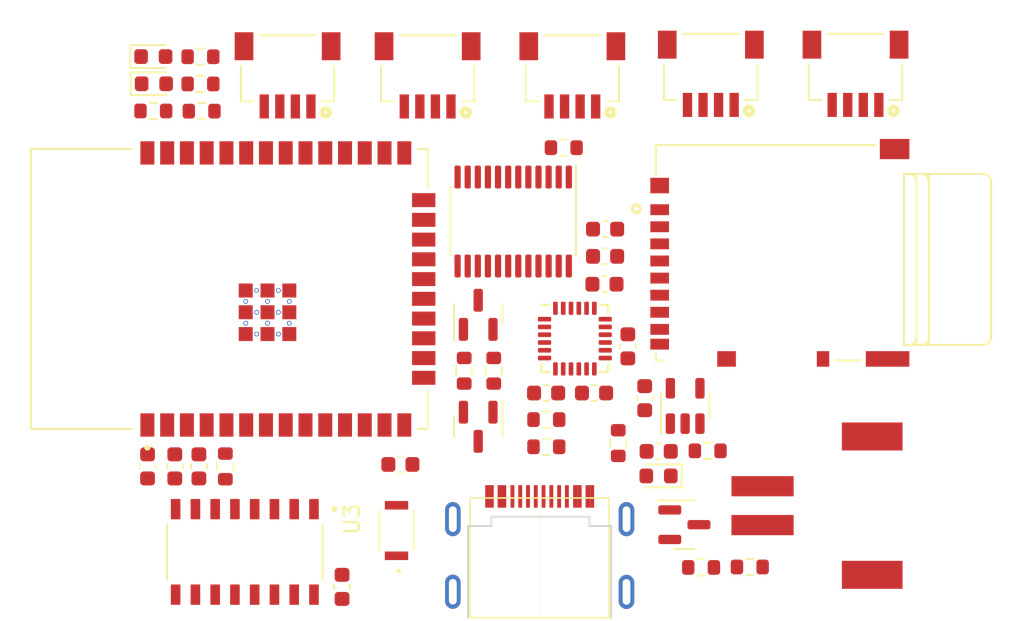
<source format=kicad_pcb>
(kicad_pcb (version 20211014) (generator pcbnew)
  (layers (0 "F.Cu" signal) (1 "In1.Cu" power) (2 "In2.Cu" power) (31 "B.Cu" signal) (34 "B.Paste" user) (35 "F.Paste" user) (36 "B.SilkS" user "B.Silkscreen") (37 "F.SilkS" user "F.Silkscreen") (38 "B.Mask" user) (39 "F.Mask" user) (44 "Edge.Cuts" user))
  (net 0 "")
  (net 1 "GND")
  (net 2 "VBUS")
  (net 4 "D+")
  (net 5 "D-")
  (net 10 "CS")
  (net 11 "MOSI")
  (net 12 "+3V3")
  (net 13 "SCLK")
  (net 14 "MISO")
  (net 16 "SD_DETECT")
  (net 17 "Net-(D2-Pad2)")
  (net 18 "Net-(C3-Pad1)")
  (net 19 "Net-(D3-Pad2)")
  (net 20 "Net-(Q2-Pad1)")
  (net 21 "DTR")
  (net 22 "GPIO0")
  (net 23 "Net-(Q3-Pad1)")
  (net 24 "RTS")
  (net 25 "EN")
  (net 29 "IO35")
  (net 31 "IO33")
  (net 37 "IO13")
  (net 49 "I2C1_SDA")
  (net 50 "PROG_TX")
  (net 51 "PROG_RX")
  (net 52 "I2C1_SCL")
  (net 53 "Net-(R5-Pad1)")
  (net 62 "Net-(R7-Pad2)")
  (net 63 "Sense1_SDA")
  (net 64 "Sense1_SCL")
  (net 65 "Sense2_SDA")
  (net 66 "Sense2_SCL")
  (net 67 "Sense3_SDA")
  (net 68 "Sense3_SCL")
  (net 69 "Sense4_SDA")
  (net 70 "Sense4_SCL")
  (net 71 "Sense5_SDA")
  (net 72 "Sense5_SCL")
  (net 73 "Net-(C13-Pad1)")
  (net 74 "Net-(C14-Pad1)")
  (net 79 "+3V8")
  (net 80 "Onboard_SDA")
  (net 81 "Onboard_SCL")
  (footprint "Resistor_SMD:R_0603_1608Metric" (layer "F.Cu") (at 116.075 74.5 180)
    (fp_text reference "R9")
    (fp_text value "100k")
    (pad "1" smd roundrect (at -0.825 0 180) (size 0.8 0.95) (layers "F.Cu" "F.Paste" "F.Mask") (net 29 "IO35"))
    (pad "2" smd roundrect (at 0.825 0 180) (size 0.8 0.95) (layers "F.Cu" "F.Paste" "F.Mask") (net 1 "GND"))
  )
  (footprint "Resistor_SMD:R_0603_1608Metric" (layer "F.Cu") (at 110.75 66.5 90)
    (fp_text reference "R2")
    (fp_text value "100k")
    (pad "1" smd roundrect (at -0.825 0 90) (size 0.8 0.95) (layers "F.Cu" "F.Paste" "F.Mask") (net 2 "VBUS"))
    (pad "2" smd roundrect (at 0.825 0 90) (size 0.8 0.95) (layers "F.Cu" "F.Paste" "F.Mask") (net 1 "GND"))
  )
  (footprint "Resistor_SMD:R_0603_1608Metric" (layer "F.Cu") (at 83.9 41.65 180)
    (fp_text reference "R10")
    (fp_text value "5k")
    (pad "1" smd roundrect (at -0.825 0 180) (size 0.8 0.95) (layers "F.Cu" "F.Paste" "F.Mask") (net 31 "IO33"))
    (pad "2" smd roundrect (at 0.825 0 180) (size 0.8 0.95) (layers "F.Cu" "F.Paste" "F.Mask") (net 19 "Net-(D3-Pad2)"))
  )
  (footprint "Resistor_SMD:R_0603_1608Metric" (layer "F.Cu") (at 106.13 64.99)
    (fp_text reference "R13")
    (fp_text value "4k7")
    (pad "1" smd roundrect (at -0.825 0) (size 0.8 0.95) (layers "F.Cu" "F.Paste" "F.Mask") (net 12 "+3V3"))
    (pad "2" smd roundrect (at 0.825 0) (size 0.8 0.95) (layers "F.Cu" "F.Paste" "F.Mask") (net 80 "Onboard_SDA"))
  )
  (footprint "lib_fp:JST_SM04B-SRSS-TB(LF)(SN)" (layer "F.Cu") (at 126 44.75 180)
    (fp_text reference "J3")
    (fp_text value "Sense1")
    (pad "1" smd rect locked (at -1.5 0 180) (size 0.6 1.55) (layers "F.Cu" "F.Paste" "F.Mask") (net 12 "+3V3"))
    (pad "2" smd rect locked (at -0.5 0 180) (size 0.6 1.55) (layers "F.Cu" "F.Paste" "F.Mask") (net 63 "Sense1_SDA"))
    (pad "3" smd rect locked (at 0.5 0 180) (size 0.6 1.55) (layers "F.Cu" "F.Paste" "F.Mask") (net 64 "Sense1_SCL"))
    (pad "4" smd rect locked (at 1.5 0 180) (size 0.6 1.55) (layers "F.Cu" "F.Paste" "F.Mask") (net 1 "GND"))
    (pad "S1" smd rect locked (at -2.8 3.875) (size 1.2 1.8) (layers "F.Cu" "F.Paste" "F.Mask") (net 1 "GND"))
    (pad "S2" smd rect locked (at 2.8 3.875) (size 1.2 1.8) (layers "F.Cu" "F.Paste" "F.Mask") (net 1 "GND"))
  )
  (footprint "Resistor_SMD:R_0603_1608Metric" (layer "F.Cu") (at 83.975 45.15)
    (fp_text reference "R12")
    (fp_text value "3.7k")
    (pad "1" smd roundrect (at -0.825 0) (size 0.8 0.95) (layers "F.Cu" "F.Paste" "F.Mask") (net 12 "+3V3"))
    (pad "2" smd roundrect (at 0.825 0) (size 0.8 0.95) (layers "F.Cu" "F.Paste" "F.Mask") (net 49 "I2C1_SDA"))
  )
  (footprint "Package_TO_SOT_SMD:SOT-23" (layer "F.Cu") (at 115 71.75)
    (fp_text reference "Q1")
    (fp_text value "HXY3401AI")
    (pad "1" smd roundrect (at -0.9375 -0.95) (size 1.475 0.6) (layers "F.Cu" "F.Paste" "F.Mask") (net 2 "VBUS"))
    (pad "2" smd roundrect (at -0.9375 0.95) (size 1.475 0.6) (layers "F.Cu" "F.Paste" "F.Mask") (net 18 "Net-(C3-Pad1)"))
    (pad "3" smd roundrect (at 0.9375 0) (size 1.475 0.6) (layers "F.Cu" "F.Paste" "F.Mask") (net 79 "+3V8"))
  )
  (footprint "Resistor_SMD:R_0603_1608Metric" (layer "F.Cu") (at 116.5 67 180)
    (fp_text reference "R5")
    (fp_text value "10k")
    (pad "1" smd roundrect (at -0.825 0 180) (size 0.8 0.95) (layers "F.Cu" "F.Paste" "F.Mask") (net 53 "Net-(R5-Pad1)"))
    (pad "2" smd roundrect (at 0.825 0 180) (size 0.8 0.95) (layers "F.Cu" "F.Paste" "F.Mask") (net 18 "Net-(C3-Pad1)"))
  )
  (footprint "Package_TO_SOT_SMD:SOT-23-5" (layer "F.Cu") (at 115.05 64.1125 90)
    (fp_text reference "U2")
    (fp_text value "AP2112K-3.3")
    (pad "1" smd roundrect (at -1.1375 -0.95 90) (size 1.325 0.6) (layers "F.Cu" "F.Paste" "F.Mask") (net 18 "Net-(C3-Pad1)"))
    (pad "2" smd roundrect (at -1.1375 0 90) (size 1.325 0.6) (layers "F.Cu" "F.Paste" "F.Mask") (net 1 "GND"))
    (pad "3" smd roundrect (at -1.1375 0.95 90) (size 1.325 0.6) (layers "F.Cu" "F.Paste" "F.Mask") (net 53 "Net-(R5-Pad1)"))
    (pad "4" smd roundrect (at 1.1375 0.95 90) (size 1.325 0.6) (layers "F.Cu" "F.Paste" "F.Mask"))
    (pad "5" smd roundrect (at 1.1375 -0.95 90) (size 1.325 0.6) (layers "F.Cu" "F.Paste" "F.Mask") (net 12 "+3V3"))
  )
  (footprint "Resistor_SMD:R_0603_1608Metric" (layer "F.Cu") (at 80.87 45.14 180)
    (fp_text reference "R11")
    (fp_text value "3.7k")
    (pad "1" smd roundrect (at -0.825 0 180) (size 0.8 0.95) (layers "F.Cu" "F.Paste" "F.Mask") (net 12 "+3V3"))
    (pad "2" smd roundrect (at 0.825 0 180) (size 0.8 0.95) (layers "F.Cu" "F.Paste" "F.Mask") (net 52 "I2C1_SCL"))
  )
  (footprint "Capacitor_SMD:C_0603_1608Metric" (layer "F.Cu") (at 112.45 63.6125 -90)
    (fp_text reference "C4")
    (fp_text value "1uF")
    (pad "1" smd roundrect (at -0.775 0 270) (size 0.9 0.95) (layers "F.Cu" "F.Paste" "F.Mask") (net 12 "+3V3"))
    (pad "2" smd roundrect (at 0.775 0 270) (size 0.9 0.95) (layers "F.Cu" "F.Paste" "F.Mask") (net 1 "GND"))
  )
  (footprint "Capacitor_SMD:C_0603_1608Metric" (layer "F.Cu") (at 93 75.75 90)
    (fp_text reference "C5")
    (fp_text value "0.1uF")
    (pad "1" smd roundrect (at -0.775 0 90) (size 0.9 0.95) (layers "F.Cu" "F.Paste" "F.Mask") (net 12 "+3V3"))
    (pad "2" smd roundrect (at 0.775 0 90) (size 0.9 0.95) (layers "F.Cu" "F.Paste" "F.Mask") (net 1 "GND"))
  )
  (footprint "Capacitor_SMD:C_0603_1608Metric" (layer "F.Cu") (at 109.865 56.28)
    (fp_text reference "C14")
    (fp_text value "2.2nF")
    (pad "1" smd roundrect (at -0.775 0) (size 0.9 0.95) (layers "F.Cu" "F.Paste" "F.Mask") (net 74 "Net-(C14-Pad1)"))
    (pad "2" smd roundrect (at 0.775 0) (size 0.9 0.95) (layers "F.Cu" "F.Paste" "F.Mask") (net 1 "GND"))
  )
  (footprint "lib_fp:JST_SM04B-SRSS-TB(LF)(SN)" (layer "F.Cu") (at 116.7 44.75 180)
    (fp_text reference "J4")
    (fp_text value "Sense2")
    (pad "1" smd rect locked (at -1.5 0 180) (size 0.6 1.55) (layers "F.Cu" "F.Paste" "F.Mask") (net 12 "+3V3"))
    (pad "2" smd rect locked (at -0.5 0 180) (size 0.6 1.55) (layers "F.Cu" "F.Paste" "F.Mask") (net 65 "Sense2_SDA"))
    (pad "3" smd rect locked (at 0.5 0 180) (size 0.6 1.55) (layers "F.Cu" "F.Paste" "F.Mask") (net 66 "Sense2_SCL"))
    (pad "4" smd rect locked (at 1.5 0 180) (size 0.6 1.55) (layers "F.Cu" "F.Paste" "F.Mask") (net 1 "GND"))
    (pad "S1" smd rect locked (at -2.8 3.875) (size 1.2 1.8) (layers "F.Cu" "F.Paste" "F.Mask") (net 1 "GND"))
    (pad "S2" smd rect locked (at 2.8 3.875) (size 1.2 1.8) (layers "F.Cu" "F.Paste" "F.Mask") (net 1 "GND"))
  )
  (footprint "Capacitor_SMD:C_0603_1608Metric" (layer "F.Cu") (at 109.905 52.74)
    (fp_text reference "C9")
    (fp_text value "10uF")
    (pad "1" smd roundrect (at -0.775 0) (size 0.9 0.95) (layers "F.Cu" "F.Paste" "F.Mask") (net 12 "+3V3"))
    (pad "2" smd roundrect (at 0.775 0) (size 0.9 0.95) (layers "F.Cu" "F.Paste" "F.Mask") (net 1 "GND"))
  )
  (footprint "lib_fp:HX25003-2AWB" (layer "F.Cu") (at 123.525 70.525 90)
    (fp_text reference "J8")
    (fp_text value "Conn_01x02_Female")
    (pad "1" smd rect (at -1.25 -3.5 90) (size 1.3 4) (layers "F.Cu" "F.Paste" "F.Mask") (net 79 "+3V8"))
    (pad "2" smd rect (at 1.25 -3.5 90) (size 1.3 4) (layers "F.Cu" "F.Paste" "F.Mask") (net 1 "GND"))
    (pad "3" smd rect (at -4.45 3.55 90) (size 1.8 3.9) (layers "F.Cu" "F.Paste" "F.Mask"))
    (pad "4" smd rect (at 4.45 3.55 90) (size 1.8 3.9) (layers "F.Cu" "F.Paste" "F.Mask"))
  )
  (footprint "Resistor_SMD:R_0603_1608Metric" (layer "F.Cu") (at 102.75 61.85 -90)
    (fp_text reference "R4")
    (fp_text value "10k")
    (pad "1" smd roundrect (at -0.825 0 270) (size 0.8 0.95) (layers "F.Cu" "F.Paste" "F.Mask") (net 21 "DTR"))
    (pad "2" smd roundrect (at 0.825 0 270) (size 0.8 0.95) (layers "F.Cu" "F.Paste" "F.Mask") (net 23 "Net-(Q3-Pad1)"))
  )
  (footprint "Capacitor_SMD:C_0603_1608Metric" (layer "F.Cu") (at 82.25 68 -90)
    (fp_text reference "C7")
    (fp_text value "22uF")
    (pad "1" smd roundrect (at -0.775 0 270) (size 0.9 0.95) (layers "F.Cu" "F.Paste" "F.Mask") (net 12 "+3V3"))
    (pad "2" smd roundrect (at 0.775 0 270) (size 0.9 0.95) (layers "F.Cu" "F.Paste" "F.Mask") (net 1 "GND"))
  )
  (footprint "Package_TO_SOT_SMD:SOT-23" (layer "F.Cu") (at 101.75 65.45 -90)
    (fp_text reference "Q3")
    (fp_text value "MMBT3904")
    (pad "1" smd roundrect (at -0.9375 -0.95 270) (size 1.475 0.6) (layers "F.Cu" "F.Paste" "F.Mask") (net 23 "Net-(Q3-Pad1)"))
    (pad "2" smd roundrect (at -0.9375 0.95 270) (size 1.475 0.6) (layers "F.Cu" "F.Paste" "F.Mask") (net 24 "RTS"))
    (pad "3" smd roundrect (at 0.9375 0 270) (size 1.475 0.6) (layers "F.Cu" "F.Paste" "F.Mask") (net 25 "EN"))
  )
  (footprint "Resistor_SMD:R_0603_1608Metric" (layer "F.Cu") (at 85.5 68 90)
    (fp_text reference "R1")
    (fp_text value "10k")
    (pad "1" smd roundrect (at -0.825 0 90) (size 0.8 0.95) (layers "F.Cu" "F.Paste" "F.Mask") (net 12 "+3V3"))
    (pad "2" smd roundrect (at 0.825 0 90) (size 0.8 0.95) (layers "F.Cu" "F.Paste" "F.Mask") (net 25 "EN"))
  )
  (footprint "LED_SMD:LED_0603_1608Metric" (layer "F.Cu") (at 80.87 41.64)
    (fp_text reference "D3")
    (fp_text value "green")
    (pad "1" smd roundrect (at -0.7875 0) (size 0.875 0.95) (layers "F.Cu" "F.Paste" "F.Mask") (net 1 "GND"))
    (pad "2" smd roundrect (at 0.7875 0) (size 0.875 0.95) (layers "F.Cu" "F.Paste" "F.Mask") (net 19 "Net-(D3-Pad2)"))
  )
  (footprint "Sensor_Motion:InvenSense_QFN-24_4x4mm_P0.5mm" (layer "F.Cu") (at 107.965 59.78)
    (fp_text reference "U5")
    (fp_text value "MPU-6050")
    (pad "1" smd roundrect (at -1.95 -1.25) (size 0.85 0.3) (layers "F.Cu" "F.Paste" "F.Mask") (net 1 "GND"))
    (pad "2" smd roundrect (at -1.95 -0.75) (size 0.85 0.3) (layers "F.Cu" "F.Paste" "F.Mask"))
    (pad "3" smd roundrect (at -1.95 -0.25) (size 0.85 0.3) (layers "F.Cu" "F.Paste" "F.Mask"))
    (pad "4" smd roundrect (at -1.95 0.25) (size 0.85 0.3) (layers "F.Cu" "F.Paste" "F.Mask"))
    (pad "5" smd roundrect (at -1.95 0.75) (size 0.85 0.3) (layers "F.Cu" "F.Paste" "F.Mask"))
    (pad "6" smd roundrect (at -1.95 1.25) (size 0.85 0.3) (layers "F.Cu" "F.Paste" "F.Mask"))
    (pad "7" smd roundrect (at -1.25 1.95 90) (size 0.85 0.3) (layers "F.Cu" "F.Paste" "F.Mask"))
    (pad "8" smd roundrect (at -0.75 1.95 90) (size 0.85 0.3) (layers "F.Cu" "F.Paste" "F.Mask") (net 12 "+3V3"))
    (pad "9" smd roundrect (at -0.25 1.95 90) (size 0.85 0.3) (layers "F.Cu" "F.Paste" "F.Mask") (net 1 "GND"))
    (pad "10" smd roundrect (at 0.25 1.95 90) (size 0.85 0.3) (layers "F.Cu" "F.Paste" "F.Mask") (net 73 "Net-(C13-Pad1)"))
    (pad "11" smd roundrect (at 0.75 1.95 90) (size 0.85 0.3) (layers "F.Cu" "F.Paste" "F.Mask") (net 1 "GND"))
    (pad "12" smd roundrect (at 1.25 1.95 90) (size 0.85 0.3) (layers "F.Cu" "F.Paste" "F.Mask"))
    (pad "13" smd roundrect (at 1.95 1.25) (size 0.85 0.3) (layers "F.Cu" "F.Paste" "F.Mask") (net 12 "+3V3"))
    (pad "14" smd roundrect (at 1.95 0.75) (size 0.85 0.3) (layers "F.Cu" "F.Paste" "F.Mask"))
    (pad "15" smd roundrect (at 1.95 0.25) (size 0.85 0.3) (layers "F.Cu" "F.Paste" "F.Mask"))
    (pad "16" smd roundrect (at 1.95 -0.25) (size 0.85 0.3) (layers "F.Cu" "F.Paste" "F.Mask"))
    (pad "17" smd roundrect (at 1.95 -0.75) (size 0.85 0.3) (layers "F.Cu" "F.Paste" "F.Mask"))
    (pad "18" smd roundrect (at 1.95 -1.25) (size 0.85 0.3) (layers "F.Cu" "F.Paste" "F.Mask") (net 1 "GND"))
    (pad "19" smd roundrect (at 1.25 -1.95 90) (size 0.85 0.3) (layers "F.Cu" "F.Paste" "F.Mask"))
    (pad "20" smd roundrect (at 0.75 -1.95 90) (size 0.85 0.3) (layers "F.Cu" "F.Paste" "F.Mask") (net 74 "Net-(C14-Pad1)"))
    (pad "21" smd roundrect (at 0.25 -1.95 90) (size 0.85 0.3) (layers "F.Cu" "F.Paste" "F.Mask"))
    (pad "22" smd roundrect (at -0.25 -1.95 90) (size 0.85 0.3) (layers "F.Cu" "F.Paste" "F.Mask"))
    (pad "23" smd roundrect (at -0.75 -1.95 90) (size 0.85 0.3) (layers "F.Cu" "F.Paste" "F.Mask") (net 81 "Onboard_SCL"))
    (pad "24" smd roundrect (at -1.25 -1.95 90) (size 0.85 0.3) (layers "F.Cu" "F.Paste" "F.Mask") (net 80 "Onboard_SDA"))
  )
  (footprint "lib_fp:TS2306A240GFMSM9_C388290" (layer "F.Cu") (at 96.5 72.125 90)
    (fp_text reference "S1")
    (fp_text value "TS2306A-240GF-MSM-9_C388290" hide)
    (pad "1" smd rect locked (at -1.625 0 90) (size 0.55 1.5) (layers "F.Cu" "F.Paste" "F.Mask") (net 1 "GND"))
    (pad "2" smd rect locked (at 1.625 0 90) (size 0.55 1.5) (layers "F.Cu" "F.Paste" "F.Mask") (net 25 "EN"))
  )
  (footprint "LED_SMD:LED_0603_1608Metric" (layer "F.Cu") (at 80.9075 43.39)
    (fp_text reference "D2")
    (fp_text value "blue")
    (pad "1" smd roundrect (at -0.7875 0) (size 0.875 0.95) (layers "F.Cu" "F.Paste" "F.Mask") (net 1 "GND"))
    (pad "2" smd roundrect (at 0.7875 0) (size 0.875 0.95) (layers "F.Cu" "F.Paste" "F.Mask") (net 17 "Net-(D2-Pad2)"))
  )
  (footprint "Resistor_SMD:R_0603_1608Metric" (layer "F.Cu") (at 83.9 43.4 180)
    (fp_text reference "R6")
    (fp_text value "5k")
    (pad "1" smd roundrect (at -0.825 0 180) (size 0.8 0.95) (layers "F.Cu" "F.Paste" "F.Mask") (net 37 "IO13"))
    (pad "2" smd roundrect (at 0.825 0 180) (size 0.8 0.95) (layers "F.Cu" "F.Paste" "F.Mask") (net 17 "Net-(D2-Pad2)"))
  )
  (footprint "lib_fp:SOIC127P600X180-16N" (layer "F.Cu") (at 86.75 73.5 -90)
    (fp_text reference "U3" (at -2.105 -6.885 90) (layer "F.SilkS"))
    (fp_text value "CH340C")
    (pad "1" smd roundrect locked (at -2.75 -4.445 270) (size 1.31 0.62) (layers "F.Cu" "F.Paste" "F.Mask") (roundrect_rratio 0.08) (net 1 "GND"))
    (pad "2" smd roundrect locked (at -2.75 -3.175 270) (size 1.31 0.62) (layers "F.Cu" "F.Paste" "F.Mask") (roundrect_rratio 0.08) (net 50 "PROG_TX"))
    (pad "3" smd roundrect locked (at -2.75 -1.905 270) (size 1.31 0.62) (layers "F.Cu" "F.Paste" "F.Mask") (roundrect_rratio 0.08) (net 51 "PROG_RX"))
    (pad "4" smd roundrect locked (at -2.75 -0.635 270) (size 1.31 0.62) (layers "F.Cu" "F.Paste" "F.Mask") (roundrect_rratio 0.08) (net 12 "+3V3"))
    (pad "5" smd roundrect locked (at -2.75 0.635 270) (size 1.31 0.62) (layers "F.Cu" "F.Paste" "F.Mask") (roundrect_rratio 0.08) (net 4 "D+"))
    (pad "6" smd roundrect locked (at -2.75 1.905 270) (size 1.31 0.62) (layers "F.Cu" "F.Paste" "F.Mask") (roundrect_rratio 0.08) (net 5 "D-"))
    (pad "7" smd roundrect locked (at -2.75 3.175 270) (size 1.31 0.62) (layers "F.Cu" "F.Paste" "F.Mask") (roundrect_rratio 0.08))
    (pad "8" smd roundrect locked (at -2.75 4.445 270) (size 1.31 0.62) (layers "F.Cu" "F.Paste" "F.Mask") (roundrect_rratio 0.08))
    (pad "9" smd roundrect locked (at 2.75 4.445 270) (size 1.31 0.62) (layers "F.Cu" "F.Paste" "F.Mask") (roundrect_rratio 0.08))
    (pad "10" smd roundrect locked (at 2.75 3.175 270) (size 1.31 0.62) (layers "F.Cu" "F.Paste" "F.Mask") (roundrect_rratio 0.08))
    (pad "11" smd roundrect locked (at 2.75 1.905 270) (size 1.31 0.62) (layers "F.Cu" "F.Paste" "F.Mask") (roundrect_rratio 0.08))
    (pad "12" smd roundrect locked (at 2.75 0.635 270) (size 1.31 0.62) (layers "F.Cu" "F.Paste" "F.Mask") (roundrect_rratio 0.08))
    (pad "13" smd roundrect locked (at 2.75 -0.635 270) (size 1.31 0.62) (layers "F.Cu" "F.Paste" "F.Mask") (roundrect_rratio 0.08) (net 21 "DTR"))
    (pad "14" smd roundrect locked (at 2.75 -1.905 270) (size 1.31 0.62) (layers "F.Cu" "F.Paste" "F.Mask") (roundrect_rratio 0.08) (net 24 "RTS"))
    (pad "15" smd roundrect locked (at 2.75 -3.175 270) (size 1.31 0.62) (layers "F.Cu" "F.Paste" "F.Mask") (roundrect_rratio 0.08))
    (pad "16" smd roundrect locked (at 2.75 -4.445 270) (size 1.31 0.62) (layers "F.Cu" "F.Paste" "F.Mask") (roundrect_rratio 0.08) (net 12 "+3V3"))
  )
  (footprint "lib_fp:HRS_DM3AT-SF-PEJM5" (layer "F.Cu") (at 113.4125 54.6875 90)
    (fp_text reference "J2")
    (fp_text value "DM3AT-SF-PEJM5")
    (pad "1" smd rect locked (at 3.2 0 90) (size 0.7 1.2) (layers "F.Cu" "F.Paste" "F.Mask"))
    (pad "2" smd rect locked (at 2.1 0 90) (size 0.7 1.2) (layers "F.Cu" "F.Paste" "F.Mask") (net 10 "CS"))
    (pad "3" smd rect locked (at 1 0 90) (size 0.7 1.2) (layers "F.Cu" "F.Paste" "F.Mask") (net 11 "MOSI"))
    (pad "4" smd rect locked (at -0.1 0 90) (size 0.7 1.2) (layers "F.Cu" "F.Paste" "F.Mask") (net 12 "+3V3"))
    (pad "5" smd rect locked (at -1.2 0 90) (size 0.7 1.2) (layers "F.Cu" "F.Paste" "F.Mask") (net 13 "SCLK"))
    (pad "6" smd rect locked (at -2.3 0 90) (size 0.7 1.2) (layers "F.Cu" "F.Paste" "F.Mask") (net 1 "GND"))
    (pad "7" smd rect locked (at -3.4 0 90) (size 0.7 1.2) (layers "F.Cu" "F.Paste" "F.Mask") (net 14 "MISO"))
    (pad "8" smd rect locked (at -4.5 0 90) (size 0.7 1.2) (layers "F.Cu" "F.Paste" "F.Mask"))
    (pad "P1" smd rect locked (at -6.4 4.3 90) (size 1 1.2) (layers "F.Cu" "F.Paste" "F.Mask") (net 1 "GND"))
    (pad "P2" smd rect locked (at -6.4 14.65 90) (size 1 2.8) (layers "F.Cu" "F.Paste" "F.Mask") (net 1 "GND"))
    (pad "P3" smd rect locked (at 7.1 15.1 90) (size 1.3 1.9) (layers "F.Cu" "F.Paste" "F.Mask") (net 1 "GND"))
    (pad "P4" smd rect locked (at 4.75 0 90) (size 1 1.2) (layers "F.Cu" "F.Paste" "F.Mask") (net 1 "GND"))
    (pad "SWA" smd rect locked (at -6.4 10.5 90) (size 1 0.8) (layers "F.Cu" "F.Paste" "F.Mask") (net 1 "GND"))
    (pad "SWB" smd rect locked (at -5.45 0 90) (size 0.7 1.2) (layers "F.Cu" "F.Paste" "F.Mask") (net 16 "SD_DETECT"))
  )
  (footprint "Resistor_SMD:R_0603_1608Metric" (layer "F.Cu") (at 119.205 74.47 180)
    (fp_text reference "R8")
    (fp_text value "100k")
    (pad "1" smd roundrect (at -0.825 0 180) (size 0.8 0.95) (layers "F.Cu" "F.Paste" "F.Mask") (net 79 "+3V8"))
    (pad "2" smd roundrect (at 0.825 0 180) (size 0.8 0.95) (layers "F.Cu" "F.Paste" "F.Mask") (net 29 "IO35"))
  )
  (footprint "Capacitor_SMD:C_0603_1608Metric" (layer "F.Cu") (at 111.365 60.28 90)
    (fp_text reference "C11")
    (fp_text value "0.1uF")
    (pad "1" smd roundrect (at -0.775 0 90) (size 0.9 0.95) (layers "F.Cu" "F.Paste" "F.Mask") (net 12 "+3V3"))
    (pad "2" smd roundrect (at 0.775 0 90) (size 0.9 0.95) (layers "F.Cu" "F.Paste" "F.Mask") (net 1 "GND"))
  )
  (footprint "lib_fp:JST_SM04B-SRSS-TB(LF)(SN)" (layer "F.Cu") (at 98.5 44.85 180)
    (fp_text reference "J6")
    (fp_text value "Sense4")
    (pad "1" smd rect locked (at -1.5 0 180) (size 0.6 1.55) (layers "F.Cu" "F.Paste" "F.Mask") (net 12 "+3V3"))
    (pad "2" smd rect locked (at -0.5 0 180) (size 0.6 1.55) (layers "F.Cu" "F.Paste" "F.Mask") (net 69 "Sense4_SDA"))
    (pad "3" smd rect locked (at 0.5 0 180) (size 0.6 1.55) (layers "F.Cu" "F.Paste" "F.Mask") (net 70 "Sense4_SCL"))
    (pad "4" smd rect locked (at 1.5 0 180) (size 0.6 1.55) (layers "F.Cu" "F.Paste" "F.Mask") (net 1 "GND"))
    (pad "S1" smd rect locked (at -2.8 3.875) (size 1.2 1.8) (layers "F.Cu" "F.Paste" "F.Mask") (net 1 "GND"))
    (pad "S2" smd rect locked (at 2.8 3.875) (size 1.2 1.8) (layers "F.Cu" "F.Paste" "F.Mask") (net 1 "GND"))
  )
  (footprint "Package_TO_SOT_SMD:SOT-23" (layer "F.Cu") (at 101.75 58.25 90)
    (fp_text reference "Q2")
    (fp_text value "MMBT3904")
    (pad "1" smd roundrect (at -0.9375 -0.95 90) (size 1.475 0.6) (layers "F.Cu" "F.Paste" "F.Mask") (net 20 "Net-(Q2-Pad1)"))
    (pad "2" smd roundrect (at -0.9375 0.95 90) (size 1.475 0.6) (layers "F.Cu" "F.Paste" "F.Mask") (net 21 "DTR"))
    (pad "3" smd roundrect (at 0.9375 0 90) (size 1.475 0.6) (layers "F.Cu" "F.Paste" "F.Mask") (net 22 "GPIO0"))
  )
  (footprint "Capacitor_SMD:C_0603_1608Metric" (layer "F.Cu") (at 80.5 68 -90)
    (fp_text reference "C8")
    (fp_text value "0.1uF")
    (pad "1" smd roundrect (at -0.775 0 270) (size 0.9 0.95) (layers "F.Cu" "F.Paste" "F.Mask") (net 12 "+3V3"))
    (pad "2" smd roundrect (at 0.775 0 270) (size 0.9 0.95) (layers "F.Cu" "F.Paste" "F.Mask") (net 1 "GND"))
  )
  (footprint "Package_SO:TSSOP-24_4.4x7.8mm_P0.65mm" (layer "F.Cu") (at 104 52.25 -90)
    (fp_text reference "U4")
    (fp_text value "TCA9548APWR")
    (pad "1" smd roundrect (at -2.8625 -3.575 270) (size 1.475 0.4) (layers "F.Cu" "F.Paste" "F.Mask") (net 1 "GND"))
    (pad "2" smd roundrect (at -2.8625 -2.925 270) (size 1.475 0.4) (layers "F.Cu" "F.Paste" "F.Mask") (net 1 "GND"))
    (pad "3" smd roundrect (at -2.8625 -2.275 270) (size 1.475 0.4) (layers "F.Cu" "F.Paste" "F.Mask") (net 62 "Net-(R7-Pad2)"))
    (pad "4" smd roundrect (at -2.8625 -1.625 270) (size 1.475 0.4) (layers "F.Cu" "F.Paste" "F.Mask") (net 63 "Sense1_SDA"))
    (pad "5" smd roundrect (at -2.8625 -0.975 270) (size 1.475 0.4) (layers "F.Cu" "F.Paste" "F.Mask") (net 64 "Sense1_SCL"))
    (pad "6" smd roundrect (at -2.8625 -0.325 270) (size 1.475 0.4) (layers "F.Cu" "F.Paste" "F.Mask") (net 65 "Sense2_SDA"))
    (pad "7" smd roundrect (at -2.8625 0.325 270) (size 1.475 0.4) (layers "F.Cu" "F.Paste" "F.Mask") (net 66 "Sense2_SCL"))
    (pad "8" smd roundrect (at -2.8625 0.975 270) (size 1.475 0.4) (layers "F.Cu" "F.Paste" "F.Mask") (net 67 "Sense3_SDA"))
    (pad "9" smd roundrect (at -2.8625 1.625 270) (size 1.475 0.4) (layers "F.Cu" "F.Paste" "F.Mask") (net 68 "Sense3_SCL"))
    (pad "10" smd roundrect (at -2.8625 2.275 270) (size 1.475 0.4) (layers "F.Cu" "F.Paste" "F.Mask") (net 69 "Sense4_SDA"))
    (pad "11" smd roundrect (at -2.8625 2.925 270) (size 1.475 0.4) (layers "F.Cu" "F.Paste" "F.Mask") (net 70 "Sense4_SCL"))
    (pad "12" smd roundrect (at -2.8625 3.575 270) (size 1.475 0.4) (layers "F.Cu" "F.Paste" "F.Mask") (net 1 "GND"))
    (pad "13" smd roundrect (at 2.8625 3.575 270) (size 1.475 0.4) (layers "F.Cu" "F.Paste" "F.Mask") (net 71 "Sense5_SDA"))
    (pad "14" smd roundrect (at 2.8625 2.925 270) (size 1.475 0.4) (layers "F.Cu" "F.Paste" "F.Mask") (net 72 "Sense5_SCL"))
    (pad "15" smd roundrect (at 2.8625 2.275 270) (size 1.475 0.4) (layers "F.Cu" "F.Paste" "F.Mask") (net 80 "Onboard_SDA"))
    (pad "16" smd roundrect (at 2.8625 1.625 270) (size 1.475 0.4) (layers "F.Cu" "F.Paste" "F.Mask") (net 81 "Onboard_SCL"))
    (pad "17" smd roundrect (at 2.8625 0.975 270) (size 1.475 0.4) (layers "F.Cu" "F.Paste" "F.Mask"))
    (pad "18" smd roundrect (at 2.8625 0.325 270) (size 1.475 0.4) (layers "F.Cu" "F.Paste" "F.Mask"))
    (pad "19" smd roundrect (at 2.8625 -0.325 270) (size 1.475 0.4) (layers "F.Cu" "F.Paste" "F.Mask"))
    (pad "20" smd roundrect (at 2.8625 -0.975 270) (size 1.475 0.4) (layers "F.Cu" "F.Paste" "F.Mask"))
    (pad "21" smd roundrect (at 2.8625 -1.625 270) (size 1.475 0.4) (layers "F.Cu" "F.Paste" "F.Mask") (net 1 "GND"))
    (pad "22" smd roundrect (at 2.8625 -2.275 270) (size 1.475 0.4) (layers "F.Cu" "F.Paste" "F.Mask") (net 52 "I2C1_SCL"))
    (pad "23" smd roundrect (at 2.8625 -2.925 270) (size 1.475 0.4) (layers "F.Cu" "F.Paste" "F.Mask") (net 49 "I2C1_SDA"))
    (pad "24" smd roundrect (at 2.8625 -3.575 270) (size 1.475 0.4) (layers "F.Cu" "F.Paste" "F.Mask") (net 12 "+3V3"))
  )
  (footprint "lib_fp:TYPE-C-31-M-14" (layer "F.Cu") (at 105.7 75.0325)
    (fp_text reference "J1")
    (fp_text value "USB_C_Receptacle")
    (fp_line (start 3.2 -3.8) (end -3.1 -3.8) (layer "Edge.Cuts") (width 0.12))
    (fp_line (start 4.6 2.7) (end 4.6 -3.2) (layer "Edge.Cuts") (width 0.12))
    (fp_line (start 3.2 -3.2) (end 3.2 -3.8) (layer "Edge.Cuts") (width 0.12))
    (fp_line (start -3.1 -3.2) (end -4.6 -3.2) (layer "Edge.Cuts") (width 0.12))
    (fp_line (start 4.6 -3.2) (end 3.2 -3.2) (layer "Edge.Cuts") (width 0.12))
    (fp_line (start -3.1 -3.8) (end -3.1 -3.2) (layer "Edge.Cuts") (width 0.12))
    (fp_line (start -4.6 -3.2) (end -4.6 2.7) (layer "Edge.Cuts") (width 0.12))
    (pad "" np_thru_hole circle (at -3.75 -3.725) (size 0.65 0.65) (drill 0.65) (layers *.Cu *.Mask) (clearance 0.01))
    (pad "" np_thru_hole circle (at 3.75 -3.725) (size 0.65 0.65) (drill 0.65) (layers *.Cu *.Mask) (clearance 0.01))
    (pad "A1" smd rect (at -3.375 -5.1) (size 0.25 1.45) (layers "F.Cu" "F.Paste" "F.Mask") (net 1 "GND"))
    (pad "A4" smd rect (at -2.575 -5.1) (size 0.25 1.45) (layers "F.Cu" "F.Paste" "F.Mask") (net 2 "VBUS"))
    (pad "A5" smd rect (at -1.25 -5.1) (size 0.25 1.45) (layers "F.Cu" "F.Paste" "F.Mask"))
    (pad "A6" smd rect (at -0.25 -5.1) (size 0.25 1.45) (layers "F.Cu" "F.Paste" "F.Mask") (net 4 "D+"))
    (pad "A7" smd rect (at 0.25 -5.1) (size 0.25 1.45) (layers "F.Cu" "F.Paste" "F.Mask") (net 5 "D-"))
    (pad "A8" smd rect (at 1.25 -5.1) (size 0.25 1.45) (layers "F.Cu" "F.Paste" "F.Mask"))
    (pad "A9" smd rect (at 2.575 -5.1) (size 0.25 1.45) (layers "F.Cu" "F.Paste" "F.Mask") (net 2 "VBUS"))
    (pad "A12" smd rect (at 3.375 -5.1) (size 0.25 1.45) (layers "F.Cu" "F.Paste" "F.Mask") (net 1 "GND"))
    (pad "B1" smd rect (at 3.1 -5.1) (size 0.3 1.45) (layers "F.Cu" "F.Paste" "F.Mask") (net 1 "GND"))
    (pad "B4" smd rect (at 2.3 -5.1) (size 0.3 1.45) (layers "F.Cu" "F.Paste" "F.Mask") (net 2 "VBUS"))
    (pad "B5" smd rect (at 1.75 -5.1) (size 0.25 1.45) (layers "F.Cu" "F.Paste" "F.Mask"))
    (pad "B6" smd rect (at 0.75 -5.1) (size 0.25 1.45) (layers "F.Cu" "F.Paste" "F.Mask") (net 4 "D+"))
    (pad "B7" smd rect (at -0.75 -5.1) (size 0.25 1.45) (layers "F.Cu" "F.Paste" "F.Mask") (net 5 "D-"))
    (pad "B8" smd rect (at -1.75 -5.1) (size 0.25 1.45) (layers "F.Cu" "F.Paste" "F.Mask"))
    (pad "B9" smd rect (at -2.3 -5.1) (size 0.3 1.45) (layers "F.Cu" "F.Paste" "F.Mask") (net 2 "VBUS"))
    (pad "B12" smd rect (at -3.1 -5.1) (size 0.3 1.45) (layers "F.Cu" "F.Paste" "F.Mask") (net 1 "GND"))
    (pad "S1" thru_hole roundrect (at -5.58 -3.64) (size 1 2.2) (drill oval 0.5 1.65) (layers *.Cu *.Mask) (roundrect_rratio 0.5) (net 1 "GND"))
    (pad "S1" thru_hole roundrect (at 5.58 1.04) (size 1 2.2) (drill oval 0.5 1.65) (layers *.Cu *.Mask) (roundrect_rratio 0.5) (net 1 "GND"))
    (pad "S1" thru_hole roundrect (at -5.58 1.03) (size 1 2.2) (drill oval 0.5 1.65) (layers *.Cu *.Mask) (roundrect_rratio 0.5) (net 1 "GND"))
    (pad "S1" thru_hole roundrect (at 5.58 -3.64) (size 1 2.2) (drill oval 0.5 1.65) (layers *.Cu *.Mask) (roundrect_rratio 0.5) (net 1 "GND"))
  )
  (footprint "Capacitor_SMD:C_0603_1608Metric" (layer "F.Cu") (at 83.8 68 -90)
    (fp_text reference "C2")
    (fp_text value "0.1uF")
    (pad "1" smd roundrect (at -0.775 0 270) (size 0.9 0.95) (layers "F.Cu" "F.Paste" "F.Mask") (net 25 "EN"))
    (pad "2" smd roundrect (at 0.775 0 270) (size 0.9 0.95) (layers "F.Cu" "F.Paste" "F.Mask") (net 1 "GND"))
  )
  (footprint "Capacitor_SMD:C_0603_1608Metric" (layer "F.Cu") (at 96.75 67.875 180)
    (fp_text reference "C1")
    (fp_text value "0.1uF")
    (pad "1" smd roundrect (at -0.775 0 180) (size 0.9 0.95) (layers "F.Cu" "F.Paste" "F.Mask") (net 1 "GND"))
    (pad "2" smd roundrect (at 0.775 0 180) (size 0.9 0.95) (layers "F.Cu" "F.Paste" "F.Mask") (net 25 "EN"))
  )
  (footprint "Capacitor_SMD:C_0603_1608Metric" (layer "F.Cu") (at 109.905 54.49)
    (fp_text reference "C10")
    (fp_text value "0.1uF")
    (pad "1" smd roundrect (at -0.775 0) (size 0.9 0.95) (layers "F.Cu" "F.Paste" "F.Mask") (net 12 "+3V3"))
    (pad "2" smd roundrect (at 0.775 0) (size 0.9 0.95) (layers "F.Cu" "F.Paste" "F.Mask") (net 1 "GND"))
  )
  (footprint "Capacitor_SMD:C_0603_1608Metric" (layer "F.Cu") (at 109.195 63.28)
    (fp_text reference "C13")
    (fp_text value "0.1uF")
    (pad "1" smd roundrect (at -0.775 0) (size 0.9 0.95) (layers "F.Cu" "F.Paste" "F.Mask") (net 73 "Net-(C13-Pad1)"))
    (pad "2" smd roundrect (at 0.775 0) (size 0.9 0.95) (layers "F.Cu" "F.Paste" "F.Mask") (net 1 "GND"))
  )
  (footprint "Resistor_SMD:R_0603_1608Metric" (layer "F.Cu") (at 107.25 47.5 180)
    (fp_text reference "R7")
    (fp_text value "7k")
    (pad "1" smd roundrect (at -0.825 0 180) (size 0.8 0.95) (layers "F.Cu" "F.Paste" "F.Mask") (net 12 "+3V3"))
    (pad "2" smd roundrect (at 0.825 0 180) (size 0.8 0.95) (layers "F.Cu" "F.Paste" "F.Mask") (net 62 "Net-(R7-Pad2)"))
  )
  (footprint "Diode_SMD:D_0603_1608Metric" (layer "F.Cu") (at 113.34 68.6125 180)
    (fp_text reference "D1")
    (fp_text value "mbr120")
    (pad "1" smd roundrect (at -0.7875 0 180) (size 0.875 0.95) (layers "F.Cu" "F.Paste" "F.Mask") (net 18 "Net-(C3-Pad1)"))
    (pad "2" smd roundrect (at 0.7875 0 180) (size 0.875 0.95) (layers "F.Cu" "F.Paste" "F.Mask") (net 2 "VBUS"))
  )
  (footprint "lib_fp:XCVR_ESP32-WROOM-32E_(16MB)" (layer "F.Cu") (at 85.75 56.5875 90)
    (fp_text reference "U1")
    (fp_text value "ESP32-WROOM-32E_(16MB)")
    (pad "1" smd rect locked (at -8.75 -5.26 90) (size 1.5 0.9) (layers "F.Cu" "F.Paste" "F.Mask") (net 1 "GND"))
    (pad "2" smd rect locked (at -8.75 -3.99 90) (size 1.5 0.9) (layers "F.Cu" "F.Paste" "F.Mask") (net 12 "+3V3"))
    (pad "3" smd rect locked (at -8.75 -2.72 90) (size 1.5 0.9) (layers "F.Cu" "F.Paste" "F.Mask") (net 25 "EN"))
    (pad "4" smd rect locked (at -8.75 -1.45 90) (size 1.5 0.9) (layers "F.Cu" "F.Paste" "F.Mask"))
    (pad "5" smd rect locked (at -8.75 -0.18 90) (size 1.5 0.9) (layers "F.Cu" "F.Paste" "F.Mask"))
    (pad "6" smd rect locked (at -8.75 1.09 90) (size 1.5 0.9) (layers "F.Cu" "F.Paste" "F.Mask"))
    (pad "7" smd rect locked (at -8.75 2.36 90) (size 1.5 0.9) (layers "F.Cu" "F.Paste" "F.Mask") (net 29 "IO35"))
    (pad "8" smd rect locked (at -8.75 3.63 90) (size 1.5 0.9) (layers "F.Cu" "F.Paste" "F.Mask"))
    (pad "9" smd rect locked (at -8.75 4.9 90) (size 1.5 0.9) (layers "F.Cu" "F.Paste" "F.Mask") (net 31 "IO33"))
    (pad "10" smd rect locked (at -8.75 6.17 90) (size 1.5 0.9) (layers "F.Cu" "F.Paste" "F.Mask"))
    (pad "11" smd rect locked (at -8.75 7.44 90) (size 1.5 0.9) (layers "F.Cu" "F.Paste" "F.Mask"))
    (pad "12" smd rect locked (at -8.75 8.71 90) (size 1.5 0.9) (layers "F.Cu" "F.Paste" "F.Mask"))
    (pad "13" smd rect locked (at -8.75 9.98 90) (size 1.5 0.9) (layers "F.Cu" "F.Paste" "F.Mask"))
    (pad "14" smd rect locked (at -8.75 11.25 90) (size 1.5 0.9) (layers "F.Cu" "F.Paste" "F.Mask"))
    (pad "15" smd rect locked (at -5.715 12.5 90) (size 0.9 1.5) (layers "F.Cu" "F.Paste" "F.Mask") (net 1 "GND"))
    (pad "16" smd rect locked (at -4.445 12.5 90) (size 0.9 1.5) (layers "F.Cu" "F.Paste" "F.Mask") (net 37 "IO13"))
    (pad "17" smd rect locked (at -3.175 12.5 90) (size 0.9 1.5) (layers "F.Cu" "F.Paste" "F.Mask"))
    (pad "18" smd rect locked (at -1.905 12.5 90) (size 0.9 1.5) (layers "F.Cu" "F.Paste" "F.Mask"))
    (pad "19" smd rect locked (at -0.635 12.5 90) (size 0.9 1.5) (layers "F.Cu" "F.Paste" "F.Mask"))
    (pad "20" smd rect locked (at 0.635 12.5 90) (size 0.9 1.5) (layers "F.Cu" "F.Paste" "F.Mask"))
    (pad "21" smd rect locked (at 1.905 12.5 90) (size 0.9 1.5) (layers "F.Cu" "F.Paste" "F.Mask"))
    (pad "22" smd rect locked (at 3.175 12.5 90) (size 0.9 1.5) (layers "F.Cu" "F.Paste" "F.Mask"))
    (pad "23" smd rect locked (at 4.445 12.5 90) (size 0.9 1.5) (layers "F.Cu" "F.Paste" "F.Mask"))
    (pad "24" smd rect locked (at 5.715 12.5 90) (size 0.9 1.5) (layers "F.Cu" "F.Paste" "F.Mask"))
    (pad "25" smd rect locked (at 8.75 11.25 90) (size 1.5 0.9) (layers "F.Cu" "F.Paste" "F.Mask") (net 22 "GPIO0"))
    (pad "26" smd rect locked (at 8.75 9.98 90) (size 1.5 0.9) (layers "F.Cu" "F.Paste" "F.Mask"))
    (pad "27" smd rect locked (at 8.75 8.71 90) (size 1.5 0.9) (layers "F.Cu" "F.Paste" "F.Mask"))
    (pad "28" smd rect locked (at 8.75 7.44 90) (size 1.5 0.9) (layers "F.Cu" "F.Paste" "F.Mask") (net 16 "SD_DETECT"))
    (pad "29" smd rect locked (at 8.75 6.17 90) (size 1.5 0.9) (layers "F.Cu" "F.Paste" "F.Mask") (net 10 "CS"))
    (pad "30" smd rect locked (at 8.75 4.9 90) (size 1.5 0.9) (layers "F.Cu" "F.Paste" "F.Mask") (net 13 "SCLK"))
    (pad "31" smd rect locked (at 8.75 3.63 90) (size 1.5 0.9) (layers "F.Cu" "F.Paste" "F.Mask") (net 14 "MISO"))
    (pad "32" smd rect locked (at 8.75 2.36 90) (size 1.5 0.9) (layers "F.Cu" "F.Paste" "F.Mask"))
    (pad "33" smd rect locked (at 8.75 1.09 90) (size 1.5 0.9) (layers "F.Cu" "F.Paste" "F.Mask") (net 49 "I2C1_SDA"))
    (pad "34" smd rect locked (at 8.75 -0.18 90) (size 1.5 0.9) (layers "F.Cu" "F.Paste" "F.Mask") (net 50 "PROG_TX"))
    (pad "35" smd rect locked (at 8.75 -1.45 90) (size 1.5 0.9) (layers "F.Cu" "F.Paste" "F.Mask") (net 51 "PROG_RX"))
    (pad "36" smd rect locked (at 8.75 -2.72 90) (size 1.5 0.9) (layers "F.Cu" "F.Paste" "F.Mask") (net 52 "I2C1_SCL"))
    (pad "37" smd rect locked (at 8.75 -3.99 90) (size 1.5 0.9) (layers "F.Cu" "F.Paste" "F.Mask") (net 11 "MOSI"))
    (pad "38" smd rect locked (at 8.75 -5.26 90) (size 1.5 0.9) (layers "F.Cu" "F.Paste" "F.Mask") (net 1 "GND"))
    (pad "39_1" smd rect locked (at -2.9 1.06 90) (size 0.9 0.9) (layers "F.Cu" "F.Paste" "F.Mask") (net 1 "GND"))
    (pad "39_2" smd rect locked (at -1.5 1.06 90) (size 0.9 0.9) (layers "F.Cu" "F.Paste" "F.Mask") (net 1 "GND"))
    (pad "39_3" smd rect locked (at -0.1 1.06 90) (size 0.9 0.9) (layers "F.Cu" "F.Paste" "F.Mask") (net 1 "GND"))
    (pad "39_4" smd rect locked (at -2.9 2.46 90) (size 0.9 0.9) (layers "F.Cu" "F.Paste" "F.Mask") (net 1 "GND"))
    (pad "39_5" smd rect locked (at -1.5 2.46 90) (size 0.9 0.9) (layers "F.Cu" "F.Paste" "F.Mask") (net 1 "GND"))
    (pad "39_6" smd rect locked (at -0.1 2.46 90) (size 0.9 0.9) (layers "F.Cu" "F.Paste" "F.Mask") (net 1 "GND"))
    (pad "39_7" smd rect locked (at -2.9 3.86 90) (size 0.9 0.9) (layers "F.Cu" "F.Paste" "F.Mask") (net 1 "GND"))
    (pad "39_8" smd rect locked (at -1.5 3.86 90) (size 0.9 0.9) (layers "F.Cu" "F.Paste" "F.Mask") (net 1 "GND"))
    (pad "39_9" smd rect locked (at -0.1 3.86 90) (size 0.9 0.9) (layers "F.Cu" "F.Paste" "F.Mask") (net 1 "GND"))
    (pad "39_10" thru_hole circle locked (at -2.2 1.06 90) (size 0.3 0.3) (drill 0.2) (layers *.Cu))
    (pad "39_11" thru_hole circle locked (at -0.8 1.06 90) (size 0.3 0.3) (drill 0.2) (layers *.Cu))
    (pad "39_12" thru_hole circle locked (at -2.9 1.76 90) (size 0.3 0.3) (drill 0.2) (layers *.Cu))
    (pad "39_13" thru_hole circle locked (at -1.5 1.76 90) (size 0.3 0.3) (drill 0.2) (layers *.Cu))
    (pad "39_14" thru_hole circle locked (at -0.1 1.76 90) (size 0.3 0.3) (drill 0.2) (layers *.Cu))
    (pad "39_15" thru_hole circle locked (at -2.2 2.46 90) (size 0.3 0.3) (drill 0.2) (layers *.Cu))
    (pad "39_16" thru_hole circle locked (at -0.8 2.46 90) (size 0.3 0.3) (drill 0.2) (layers *.Cu))
    (pad "39_17" thru_hole circle locked (at -2.9 3.16 90) (size 0.3 0.3) (drill 0.2) (layers *.Cu))
    (pad "39_18" thru_hole circle locked (at -1.5 3.16 90) (size 0.3 0.3) (drill 0.2) (layers *.Cu))
    (pad "39_19" thru_hole circle locked (at -0.1 3.16 90) (size 0.3 0.3) (drill 0.2) (layers *.Cu))
    (pad "39_20" thru_hole circle locked (at -2.2 3.86 90) (size 0.3 0.3) (drill 0.2) (layers *.Cu))
    (pad "39_21" thru_hole circle locked (at -0.8 3.86 90) (size 0.3 0.3) (drill 0.2) (layers *.Cu))
  )
  (footprint "Resistor_SMD:R_0603_1608Metric" (layer "F.Cu") (at 100.85 61.85 90)
    (fp_text reference "R3")
    (fp_text value "10k")
    (pad "1" smd roundrect (at -0.825 0 90) (size 0.8 0.95) (layers "F.Cu" "F.Paste" "F.Mask") (net 24 "RTS"))
    (pad "2" smd roundrect (at 0.825 0 90) (size 0.8 0.95) (layers "F.Cu" "F.Paste" "F.Mask") (net 20 "Net-(Q2-Pad1)"))
  )
  (footprint "Capacitor_SMD:C_0603_1608Metric" (layer "F.Cu") (at 106.115 63.28 180)
    (fp_text reference "C12")
    (fp_text value "10nF")
    (pad "1" smd roundrect (at -0.775 0 180) (size 0.9 0.95) (layers "F.Cu" "F.Paste" "F.Mask") (net 12 "+3V3"))
    (pad "2" smd roundrect (at 0.775 0 180) (size 0.9 0.95) (layers "F.Cu" "F.Paste" "F.Mask") (net 1 "GND"))
  )
  (footprint "Capacitor_SMD:C_0603_1608Metric" (layer "F.Cu") (at 113.35 67.0325 180)
    (fp_text reference "C3")
    (fp_text value "1uF")
    (pad "1" smd roundrect (at -0.775 0 180) (size 0.9 0.95) (layers "F.Cu" "F.Paste" "F.Mask") (net 18 "Net-(C3-Pad1)"))
    (pad "2" smd roundrect (at 0.775 0 180) (size 0.9 0.95) (layers "F.Cu" "F.Paste" "F.Mask") (net 1 "GND"))
  )
  (footprint "lib_fp:JST_SM04B-SRSS-TB(LF)(SN)" (layer "F.Cu") (at 89.5 44.85 180)
    (fp_text reference "J7")
    (fp_text value "Sense5")
    (pad "1" smd rect locked (at -1.5 0 180) (size 0.6 1.55) (layers "F.Cu" "F.Paste" "F.Mask") (net 12 "+3V3"))
    (pad "2" smd rect locked (at -0.5 0 180) (size 0.6 1.55) (layers "F.Cu" "F.Paste" "F.Mask") (net 71 "Sense5_SDA"))
    (pad "3" smd rect locked (at 0.5 0 180) (size 0.6 1.55) (layers "F.Cu" "F.Paste" "F.Mask") (net 72 "Sense5_SCL"))
    (pad "4" smd rect locked (at 1.5 0 180) (size 0.6 1.55) (layers "F.Cu" "F.Paste" "F.Mask") (net 1 "GND"))
    (pad "S1" smd rect locked (at -2.8 3.875) (size 1.2 1.8) (layers "F.Cu" "F.Paste" "F.Mask") (net 1 "GND"))
    (pad "S2" smd rect locked (at 2.8 3.875) (size 1.2 1.8) (layers "F.Cu" "F.Paste" "F.Mask") (net 1 "GND"))
  )
  (footprint "Resistor_SMD:R_0603_1608Metric" (layer "F.Cu") (at 106.13 66.74)
    (fp_text reference "R14")
    (fp_text value "4k7")
    (pad "1" smd roundrect (at -0.825 0) (size 0.8 0.95) (layers "F.Cu" "F.Paste" "F.Mask") (net 12 "+3V3"))
    (pad "2" smd roundrect (at 0.825 0) (size 0.8 0.95) (layers "F.Cu" "F.Paste" "F.Mask") (net 81 "Onboard_SCL"))
  )
  (footprint "lib_fp:JST_SM04B-SRSS-TB(LF)(SN)" (layer "F.Cu") (at 107.8 44.85 180)
    (fp_text reference "J5")
    (fp_text value "Sense3")
    (pad "1" smd rect locked (at -1.5 0 180) (size 0.6 1.55) (layers "F.Cu" "F.Paste" "F.Mask") (net 12 "+3V3"))
    (pad "2" smd rect locked (at -0.5 0 180) (size 0.6 1.55) (layers "F.Cu" "F.Paste" "F.Mask") (net 67 "Sense3_SDA"))
    (pad "3" smd rect locked (at 0.5 0 180) (size 0.6 1.55) (layers "F.Cu" "F.Paste" "F.Mask") (net 68 "Sense3_SCL"))
    (pad "4" smd rect locked (at 1.5 0 180) (size 0.6 1.55) (layers "F.Cu" "F.Paste" "F.Mask") (net 1 "GND"))
    (pad "S1" smd rect locked (at -2.8 3.875) (size 1.2 1.8) (layers "F.Cu" "F.Paste" "F.Mask") (net 1 "GND"))
    (pad "S2" smd rect locked (at 2.8 3.875) (size 1.2 1.8) (layers "F.Cu" "F.Paste" "F.Mask") (net 1 "GND"))
  )
)
</source>
